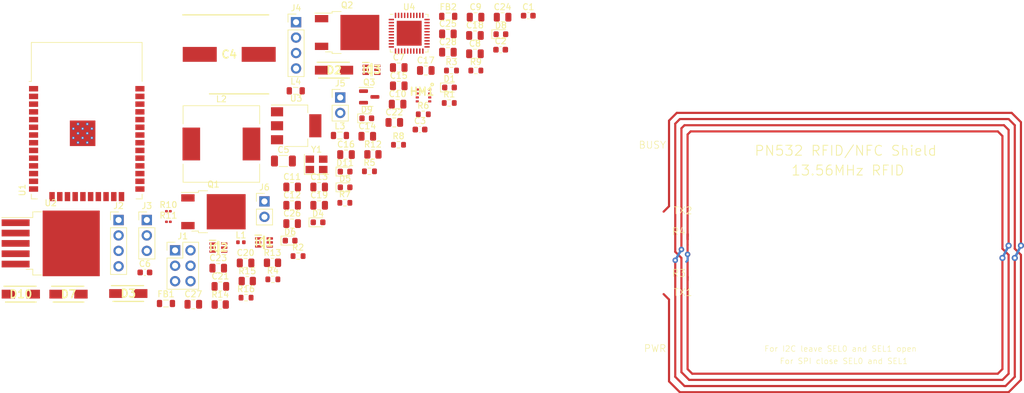
<source format=kicad_pcb>
(kicad_pcb (version 20211014) (generator pcbnew)
  (layers (0 "F.Cu" signal) (31 "B.Cu" signal) (34 "B.Paste" user) (35 "F.Paste" user) (36 "B.SilkS" user "B.Silkscreen") (37 "F.SilkS" user "F.Silkscreen") (38 "B.Mask" user) (39 "F.Mask" user) (44 "Edge.Cuts" user))
  (net 0 "")
  (net 1 "EN")
  (net 2 "GND")
  (net 3 "VDDESP")
  (net 4 "+3.3V")
  (net 5 "+12V")
  (net 6 "+5V")
  (net 7 "Net-(C11-Pad1)")
  (net 8 "Net-(C10-Pad2)")
  (net 9 "Net-(C11-Pad2)")
  (net 10 "Net-(C12-Pad1)")
  (net 11 "Net-(C17-Pad1)")
  (net 12 "Net-(C17-Pad2)")
  (net 13 "Net-(C18-Pad1)")
  (net 14 "Net-(C19-Pad2)")
  (net 15 "VCC")
  (net 16 "Net-(C21-Pad2)")
  (net 17 "Net-(C23-Pad1)")
  (net 18 "VDD")
  (net 19 "Net-(C26-Pad2)")
  (net 20 "Net-(C27-Pad1)")
  (net 21 "Net-(D1-Pad2)")
  (net 22 "CON_MOTOR")
  (net 23 "CON_SW_AUX")
  (net 24 "Net-(D4-Pad2)")
  (net 25 "Net-(D5-Pad2)")
  (net 26 "Net-(D6-Pad2)")
  (net 27 "CON_12V")
  (net 28 "Net-(D8-Pad2)")
  (net 29 "Net-(D9-Pad2)")
  (net 30 "Net-(D10-Pad1)")
  (net 31 "Net-(D11-Pad1)")
  (net 32 "Net-(D11-Pad2)")
  (net 33 "CS")
  (net 34 "MOSI")
  (net 35 "CLK")
  (net 36 "MISO")
  (net 37 "AUX_IN")
  (net 38 "WET")
  (net 39 "AUX_CTRL")
  (net 40 "MOTO_CTRL")
  (net 41 "IO25")
  (net 42 "IO4")
  (net 43 "IO16")
  (net 44 "SCL")
  (net 45 "SDA")
  (net 46 "IO0")
  (net 47 "RX")
  (net 48 "TX")
  (net 49 "CON_GND")
  (net 50 "CON_IGNITION")
  (net 51 "Net-(L3-Pad2)")
  (net 52 "Net-(L4-Pad2)")
  (net 53 "Net-(Q3-Pad1)")
  (net 54 "Net-(R4-Pad1)")
  (net 55 "Net-(R10-Pad1)")
  (net 56 "Net-(R11-Pad2)")
  (net 82 "CSR")
  (net 89 "RST")
  (footprint "Capacitor_SMD:C_0805_2012Metric" (layer "F.Cu") (at 141.99 62.06)
    (fp_text reference "C10")
    (fp_text value "100pF")
  )
  (footprint "Capacitor_SMD:C_0603_1608Metric" (layer "F.Cu") (at 100.4 89.76)
    (fp_text reference "C6")
    (fp_text value "100nF @ 50V")
  )
  (footprint "Capacitor_SMD:C_0805_2012Metric" (layer "F.Cu") (at 150.27 50.5)
    (fp_text reference "C25")
    (fp_text value "0.1uF")
  )
  (footprint "Capacitor_SMD:C_0805_2012Metric" (layer "F.Cu") (at 129.08 78.71)
    (fp_text reference "C19")
    (fp_text value "10uF")
  )
  (footprint "Package_TO_SOT_SMD:SOT-23" (layer "F.Cu") (at 137.32 60.87)
    (fp_text reference "Q3")
    (fp_text value "BSS138")
  )
  (footprint "Capacitor_SMD:C_0805_2012Metric" (layer "F.Cu") (at 142.18 56.04)
    (fp_text reference "C7")
    (fp_text value "NC")
  )
  (footprint "Inductor_SMD:L_0805_2012Metric" (layer "F.Cu") (at 150.32 47.62)
    (fp_text reference "FB2")
    (fp_text value "FerriteBead")
  )
  (footprint "Capacitor_SMD:C_0603_1608Metric" (layer "F.Cu") (at 158.95 53.1)
    (fp_text reference "C2")
    (fp_text value "100nF @ 50V")
  )
  (footprint "Resistor_SMD:R_0201_0603Metric" (layer "F.Cu") (at 104.27 81.43)
    (fp_text reference "R11")
    (fp_text value "NC")
  )
  (footprint "SamacSys_Parts:DIOM5026X262N" (layer "F.Cu") (at 87.83 93.33)
    (fp_text reference "D7")
    (fp_text value "SS54" hide)
  )
  (footprint "SamacSys_Parts:DIOM5026X262N" (layer "F.Cu") (at 131.53 56.47)
    (fp_text reference "D2")
    (fp_text value "SS54" hide)
  )
  (footprint "Resistor_SMD:R_0805_2012Metric" (layer "F.Cu") (at 112.8 95.04)
    (fp_text reference "R14")
    (fp_text value "1k69")
  )
  (footprint "Package_TO_SOT_SMD:TO-252-2" (layer "F.Cu") (at 133.68 50.27)
    (fp_text reference "Q2")
    (fp_text value "NCE6050KA")
  )
  (footprint "Capacitor_SMD:C_0805_2012Metric" (layer "F.Cu") (at 142.18 59.05)
    (fp_text reference "C15")
    (fp_text value "220pF")
  )
  (footprint "Capacitor_SMD:C_0805_2012Metric" (layer "F.Cu") (at 133.5 70.36)
    (fp_text reference "C16")
    (fp_text value "NC")
  )
  (footprint "Resistor_SMD:R_0805_2012Metric" (layer "F.Cu") (at 137.93 70.33)
    (fp_text reference "R12")
    (fp_text value "1.5")
  )
  (footprint "Capacitor_SMD:C_0805_2012Metric" (layer "F.Cu") (at 150.27 53.51)
    (fp_text reference "C28")
    (fp_text value "0.1uF")
  )
  (footprint "Resistor_SMD:R_0603_1608Metric" (layer "F.Cu") (at 137.36 73.12)
    (fp_text reference "R5")
    (fp_text value "1k2")
  )
  (footprint "LED_SMD:LED_0603_1608Metric" (layer "F.Cu") (at 158.99 50.55)
    (fp_text reference "D8")
    (fp_text value "PWR 5")
  )
  (footprint "Capacitor_SMD:C_0805_2012Metric" (layer "F.Cu") (at 154.72 50.76)
    (fp_text reference "C18")
    (fp_text value "0.1uF")
  )
  (footprint "LED_SMD:LED_0603_1608Metric" (layer "F.Cu") (at 128.9 81.51)
    (fp_text reference "D4")
    (fp_text value "PUMP")
  )
  (footprint "Capacitor_SMD:C_0805_2012Metric" (layer "F.Cu") (at 141.45 65.07)
    (fp_text reference "C22")
    (fp_text value "10uF")
  )
  (footprint "Inductor_SMD:L_0805_2012Metric" (layer "F.Cu") (at 125.23 59.87)
    (fp_text reference "L4")
    (fp_text value "560nH")
  )
  (footprint "Capacitor_SMD:C_0805_2012Metric" (layer "F.Cu") (at 154.72 53.77)
    (fp_text reference "C8")
    (fp_text value "NC")
  )
  (footprint "Connector_PinHeader_2.54mm:PinHeader_1x02_P2.54mm_Vertical" (layer "F.Cu") (at 132.55 60.97)
    (fp_text reference "J5")
    (fp_text value "PUMP")
  )
  (footprint "Connector_PinHeader_2.54mm:PinHeader_2x03_P2.54mm_Vertical" (layer "F.Cu") (at 105.37 86.12)
    (fp_text reference "J1")
    (fp_text value "Flash/Debug")
  )
  (footprint "Capacitor_SMD:C_0805_2012Metric" (layer "F.Cu") (at 154.82 47.75)
    (fp_text reference "C9")
    (fp_text value "100pF")
  )
  (footprint "LED_SMD:LED_0603_1608Metric" (layer "F.Cu") (at 124.3 84.52)
    (fp_text reference "D6")
    (fp_text value "PWR 12")
  )
  (footprint "Package_TO_SOT_SMD:TO-252-2" (layer "F.Cu") (at 111.68 79.77)
    (fp_text reference "Q1")
    (fp_text value "NCE6050KA")
  )
  (footprint "Capacitor_SMD:C_1206_3216Metric" (layer "F.Cu") (at 123.2 71.42)
    (fp_text reference "C5")
    (fp_text value "220 uF")
  )
  (footprint "Resistor_SMD:R_0603_1608Metric" (layer "F.Cu") (at 150.49 61.87)
    (fp_text reference "R1")
    (fp_text value "10k")
  )
  (footprint "Inductor_SMD:L_0805_2012Metric" (layer "F.Cu") (at 132.5 67.22)
    (fp_text reference "L3")
    (fp_text value "560nH")
  )
  (footprint "Resistor_SMD:R_0603_1608Metric" (layer "F.Cu") (at 121.46 90.9)
    (fp_text reference "R4")
    (fp_text value "150R")
  )
  (footprint "Resistor_SMD:R_0805_2012Metric" (layer "F.Cu") (at 117.25 91.18)
    (fp_text reference "R15")
    (fp_text value "1k")
  )
  (footprint "SamacSys_Parts:SOT65P210X110-6N" (layer "F.Cu") (at 137.705 56.41)
    (fp_text reference "IC3")
    (fp_text value "SMF05CT1G" hide)
  )
  (footprint "Resistor_SMD:R_0603_1608Metric" (layer "F.Cu") (at 117.05 93.91)
    (fp_text reference "R16")
    (fp_text value "150R")
  )
  (footprint "Inductor_SMD:L_0402_1005Metric" (layer "F.Cu") (at 116.2 84.79)
    (fp_text reference "L1")
    (fp_text value "5.6 nH")
  )
  (footprint "Capacitor_SMD:C_0805_2012Metric" (layer "F.Cu") (at 159.27 47.75)
    (fp_text reference "C24")
    (fp_text value "10uF")
  )
  (footprint "Inductor_SMD:L_12x12mm_H8mm" (layer "F.Cu") (at 112.99 68.62)
    (fp_text reference "L2")
    (fp_text value "33uH")
  )
  (footprint "Resistor_SMD:R_0603_1608Metric" (layer "F.Cu") (at 154.87 56.53)
    (fp_text reference "R9")
    (fp_text value "150R")
  )
  (footprint "Capacitor_SMD:C_0603_1608Metric" (layer "F.Cu") (at 145.68 66.24)
    (fp_text reference "C3")
    (fp_text value "100nF @ 50V")
  )
  (footprint "Resistor_SMD:R_0603_1608Metric" (layer "F.Cu") (at 142.14 68.75)
    (fp_text reference "R8")
    (fp_text value "330R")
  )
  (footprint "Capacitor_SMD:C_0805_2012Metric" (layer "F.Cu") (at 137 67.35)
    (fp_text reference "C14")
    (fp_text value "220pF")
  )
  (footprint "RF_Module:ESP32-WROOM-32" (layer "F.Cu") (at 90.83 67.77)
    (fp_text reference "U1")
    (fp_text value "ESP32-WROOM-32D")
  )
  (footprint "Capacitor_SMD:C_0805_2012Metric" (layer "F.Cu") (at 112.82 92.06)
    (fp_text reference "C21")
    (fp_text value "10uF")
  )
  (footprint "LED_SMD:LED_0603_1608Metric" (layer "F.Cu") (at 133.35 75.75)
    (fp_text reference "D5")
    (fp_text value "AUX")
  )
  (footprint "LED_SMD:LED_0603_1608Metric" (layer "F.Cu") (at 150.53 59.32)
    (fp_text reference "D1")
    (fp_text value "Signal")
  )
  (footprint "Connector_PinHeader_2.54mm:PinHeader_1x03_P2.54mm_Vertical" (layer "F.Cu") (at 100.72 81.13)
    (fp_text reference "J3")
    (fp_text value "PWR_IGN")
  )
  (footprint "LED_SMD:LED_0603_1608Metric" (layer "F.Cu") (at 136.92 64.39)
    (fp_text reference "D9")
    (fp_text value "PWR 3.3")
  )
  (footprint "Inductor_SMD:L_0805_2012Metric" (layer "F.Cu") (at 103.87 94.87)
    (fp_text reference "FB1")
    (fp_text value "FerriteBead")
  )
  (footprint "Capacitor_SMD:C_0805_2012Metric" (layer "F.Cu") (at 146.63 56.52)
    (fp_text reference "C17")
    (fp_text value "1000pF")
  )
  (footprint "Crystal:Crystal_SMD_3225-4Pin_3.2x2.5mm" (layer "F.Cu") (at 128.65 71.97)
    (fp_text reference "Y1")
    (fp_text value "27.12 MHz")
  )
  (footprint "Capacitor_SMD:C_0805_2012Metric" (layer "F.Cu") (at 116.97 88.2)
    (fp_text reference "C20")
    (fp_text value "0.1uF")
  )
  (footprint "Package_DFN_QFN:HVQFN-40-1EP_6x6mm_P0.5mm_EP4.1x4.1mm" (layer "F.Cu") (at 143.9 50.39)
    (fp_text reference "U4")
    (fp_text value "PN5321A3HN_C1xx")
  )
  (footprint "Resistor_SMD:R_0603_1608Metric" (layer "F.Cu") (at 150.86 56.53)
    (fp_text reference "R3")
    (fp_text value "10k")
  )
  (footprint "Package_TO_SOT_SMD:SOT-223-3_TabPin2" (layer "F.Cu") (at 125.3 65.62)
    (fp_text reference "U3")
    (fp_text value "AMS1117-3.3")
  )
  (footprint "SamacSys_Parts:SOT65P210X110-6N" (layer "F.Cu") (at 112.495 85.67)
    (fp_text reference "IC2")
    (fp_text value "SMF05CT1G" hide)
  )
  (footprint "Capacitor_SMD:C_0603_1608Metric" (layer "F.Cu") (at 163.5 47.5)
    (fp_text reference "C1")
    (fp_text value "100nF @ 50V")
  )
  (footprint "Resistor_SMD:R_0603_1608Metric" (layer "F.Cu") (at 133.31 78.3)
    (fp_text reference "R7")
    (fp_text value "1k2")
  )
  (footprint "Resistor_SMD:R_0603_1608Metric" (layer "F.Cu") (at 146.22 63.73)
    (fp_text reference "R6")
    (fp_text value "1k2")
  )
  (footprint "LED_SMD:LED_0603_1608Metric" (layer "F.Cu") (at 133.35 73.16)
    (fp_text reference "D11")
    (fp_text value "Busy")
  )
  (footprint "Connector_PinHeader_2.54mm:PinHeader_1x02_P2.54mm_Vertical" (layer "F.Cu") (at 120.08 78.07)
    (fp_text reference "J6")
    (fp_text value "AUX")
  )
  (footprint "Capacitor_SMD:C_0805_2012Metric" (layer "F.Cu") (at 112.47 89.05)
    (fp_text reference "C23")
    (fp_text value "0.1uF")
  )
  (footprint "Capacitor_SMD:C_0805_2012Metric" (layer "F.Cu") (at 124.63 78.71)
    (fp_text reference "C12")
    (fp_text value "22pF")
  )
  (footprint "SamacSys_Parts:DIOM5026X262N" (layer "F.Cu") (at 79.98 93.33)
    (fp_text reference "D10")
    (fp_text value "SS54" hide)
  )
  (footprint "Connector_PinHeader_2.54mm:PinHeader_1x04_P2.54mm_Vertical" (layer "F.Cu") (at 96.07 81.13)
    (fp_text reference "J2")
    (fp_text value "DIO")
  )
  (footprint "Resistor_SMD:R_0603_1608Metric" (layer "F.Cu") (at 125.61 87.07)
    (fp_text reference "R2")
    (fp_text value "10k")
  )
  (footprint "Capacitor_SMD:C_0805_2012Metric" (layer "F.Cu") (at 108.37 95)
    (fp_text reference "C27")
    (fp_text value "20pF")
  )
  (footprint "Capacitor_SMD:C_0805_2012Metric" (layer "F.Cu") (at 124.63 81.72)
    (fp_text reference "C26")
    (fp_text value "20pF")
  )
  (footprint "SamacSys_Parts:BME280" (layer "F.Cu") (at 145.23 59.65589)
    (fp_text reference "HM1")
    (fp_text value "BME280" hide)
  )
  (footprint "Capacitor_SMD:C_0805_2012Metric" (layer "F.Cu") (at 124.63 75.7)
    (fp_text reference "C11")
    (fp_text value "22pF")
  )
  (footprint "SamacSys_Parts:CAPAE1300X1400N" (layer "F.Cu") (at 114.28 53.87)
    (fp_text reference "C4")
    (fp_text value "680uF" hide)
  )
  (footprint "SamacSys_Parts:DIOM5026X262N" (layer "F.Cu") (at 97.67 93.23)
    (fp_text reference "D3")
    (fp_text value "SS54" hide)
  )
  (footprint "Capacitor_SMD:C_0805_2012Metric" (layer "F.Cu") (at 129.08 75.7)
    (fp_text reference "C13")
    (fp_text value "NC")
  )
  (footprint "Connector_PinHeader_2.54mm:PinHeader_1x04_P2.54mm_Vertical" (layer "F.Cu") (at 125.28 48.57)
    (fp_text reference "J4")
    (fp_text value "I2C")
  )
  (footprint "Resistor_SMD:R_0805_2012Metric" (layer "F.Cu") (at 121.4 88.17)
    (fp_text reference "R13")
    (fp_text value "1.5")
  )
  (footprint "Resistor_SMD:R_0201_0603Metric" (layer "F.Cu") (at 104.27 79.68)
    (fp_text reference "R10")
    (fp_text value "NC")
  )
  (footprint "SamacSys_Parts:SOT65P210X110-6N" (layer "F.Cu") (at 120.005 84.82)
    (fp_text reference "IC1")
    (fp_text value "SMF05CT1G" hide)
  )
  (footprint "Package_TO_SOT_SMD:TO-263-5_TabPin3" (layer "F.Cu") (at 84.9 84.98)
    (fp_text reference "U2")
    (fp_text value "LM2596S-5")
  )
  (gr_text "For SPI close SEL0 and SEL1" (at 204.847 104.902) (layer "F.SilkS") (effects (font (size 0.93472 0.93472) (thickness 0.08128)) (justify left bottom)))
  (gr_text "R3" (at 187.071 90.574) (layer "F.SilkS") (effects (font (size 1.1684 1.1684) (thickness 0.1016)) (justify left bottom)))
  (gr_text "PWR" (at 182.467 102.955) (layer "F.SilkS") (effects (font (size 1.1684 1.1684) (thickness 0.1016)) (justify left bottom)))
  (gr_text "TX1" (at 187.321 93.726) (layer "F.SilkS") (effects (font (size 1.1684 1.1684) (thickness 0.1016)) (justify left bottom)))
  (gr_text "" (at 208.149 104.394) (layer "F.SilkS") (effects (font (size 0.93472 0.93472) (thickness 0.08128)) (justify left bottom)))
  (gr_text "PN532 RFID/NFC Shield" (at 200.647 70.68) (layer "F.SilkS") (effects (font (size 1.63576 1.63576) (thickness 0.14224)) (justify left bottom)))
  (gr_text "For I2C leave SEL0 and SEL1 open" (at 202.307 102.87) (layer "F.SilkS") (effects (font (size 0.93472 0.93472) (thickness 0.08128)) (justify left bottom)))
  (gr_text "BUSY" (at 181.606 69.469) (layer "F.SilkS") (effects (font (size 1.1684 1.1684) (thickness 0.1016)) (justify left bottom)))
  (gr_text "13.56MHz RFID" (at 206.695 73.934) (layer "F.SilkS") (effects (font (size 1.63576 1.63576) (thickness 0.14224)) (justify left bottom)))
  (gr_text "R4" (at 187.063 83.72) (layer "F.SilkS") (effects (font (size 1.1684 1.1684) (thickness 0.1016)) (justify left bottom)))
  (gr_text "TX2" (at 187.321 80.264) (layer "F.SilkS") (effects (font (size 1.1684 1.1684) (thickness 0.1016)) (justify left bottom)))
  (segment (start 189.719 90.55) (end 189.719 90.424) (width 0.3556) (layer "F.Cu") (net 0))
  (segment (start 243.059 63.5) (end 187.941 63.5) (width 0.3556) (layer "F.Cu") (net 0))
  (segment (start 241.535 105.664) (end 240.773 106.426) (width 0.3556) (layer "F.Cu") (net 0))
  (segment (start 243.567 106.934) (end 243.567 87.376) (width 0.3556) (layer "F.Cu") (net 0))
  (segment (start 189.719 85.217) (end 189.719 84.329) (width 0.3556) (layer "F.Cu") (net 0))
  (segment (start 190.481 106.426) (end 189.719 105.664) (width 0.3556) (layer "F.Cu") (net 0))
  (segment (start 241.535 67.31) (end 240.773 66.548) (width 0.3556) (layer "F.Cu") (net 0))
  (segment (start 189.719 67.056) (end 189.719 83.819) (width 0.3556) (layer "F.Cu") (net 0))
  (segment (start 242.551 64.516) (end 188.449 64.516) (width 0.3556) (layer "F.Cu") (net 0))
  (segment (start 244.583 107.442) (end 244.583 86.868) (width 0.3556) (layer "F.Cu") (net 0))
  (segment (start 243.567 85.852) (end 243.567 65.532) (width 0.3556) (layer "F.Cu") (net 0))
  (segment (start 187.687 106.934) (end 187.687 87.757) (width 0.3556) (layer "F.Cu") (net 0))
  (segment (start 187.941 63.5) (end 186.663 64.778) (width 0.3556) (layer "F.Cu") (net 0))
  (segment (start 188.449 109.474) (end 242.551 109.474) (width 0.3556) (layer "F.Cu") (net 0))
  (segment (start 242.551 109.474) (end 244.583 107.442) (width 0.3556) (layer "F.Cu") (net 0))
  (segment (start 241.535 87.376) (end 241.535 105.664) (width 0.3556) (layer "F.Cu") (net 0))
  (segment (start 244.583 85.344) (end 244.583 65.024) (width 0.3556) (layer "F.Cu") (net 0))
  (segment (start 187.687 86.36) (end 188.703 87.376) (width 0.3556) (layer "F.Cu") (net 0))
  (segment (start 186.663 78.866) (end 185.774 79.755) (width 0.3556) (layer "F.Cu") (net 0))
  (segment (start 187.687 106.934) (end 189.211 108.458) (width 0.3556) (layer "F.Cu") (net 0))
  (segment (start 244.583 86.868) (end 243.567 85.852) (width 0.3556) (layer "F.Cu") (net 0))
  (segment (start 186.663 94.216) (end 185.774 93.327) (width 0.3556) (layer "F.Cu") (net 0))
  (segment (start 241.789 65.532) (end 242.551 66.294) (width 0.3556) (layer "F.Cu") (net 0))
  (segment (start 188.703 85.979) (end 188.703 66.04) (width 0.3556) (layer "F.Cu") (net 0))
  (segment (start 188.703 106.172) (end 189.973 107.442) (width 0.3556) (layer "F.Cu") (net 0))
  (segment (start 240.773 106.426) (end 190.481 106.426) (width 0.3556) (layer "F.Cu") (net 0))
  (segment (start 186.663 107.688) (end 186.663 94.216) (width 0.3556) (layer "F.Cu") (net 0))
  (segment (start 242.043 108.458) (end 243.567 106.934) (width 0.3556) (layer "F.Cu") (net 0))
  (segment (start 186.663 107.688) (end 188.449 109.474) (width 0.3556) (layer "F.Cu") (net 0))
  (segment (start 188.703 87.376) (end 188.703 106.172) (width 0.3556) (layer "F.Cu") (net 0))
  (segment (start 243.567 65.532) (end 242.551 64.516) (width 0.3556) (layer "F.Cu") (net 0))
  (segment (start 244.583 65.024) (end 243.059 63.5) (width 0.3556) (layer "F.Cu") (net 0))
  (segment (start 189.719 105.664) (end 189.719 90.55) (width 0.3556) (layer "F.Cu") (net 0))
  (segment (start 186.663 64.778) (end 186.663 78.866) (width 0.3556) (layer "F.Cu") (net 0))
  (segment (start 189.719 91.06) (end 189.719 86.781) (width 0.3556) (layer "F.Cu") (net 0))
  (segment (start 189.719 84.329) (end 189.719 83.439) (width 0.4064) (layer "F.Cu") (net 0))
  (segment (start 188.449 64.516) (end 187.687 65.278) (width 0.3556) (layer "F.Cu") (net 0))
  (segment (start 189.719 86.781) (end 189.719 85.217) (width 0.3556) (layer "F.Cu") (net 0))
  (segment (start 189.211 108.458) (end 242.043 108.458) (width 0.3556) (layer "F.Cu") (net 0))
  (segment (start 241.535 107.442) (end 242.551 106.426) (width 0.3556) (layer "F.Cu") (net 0))
  (segment (start 187.687 65.278) (end 187.687 86.36) (width 0.3556) (layer "F.Cu") (net 0))
  (segment (start 190.227 66.548) (end 189.719 67.056) (width 0.3556) (layer "F.Cu") (net 0))
  (segment (start 241.535 85.852) (end 241.535 67.31) (width 0.3556) (layer "F.Cu") (net 0))
  (segment (start 240.773 66.548) (end 190.227 66.548) (width 0.3556) (layer "F.Cu") (net 0))
  (segment (start 188.703 66.04) (end 189.211 65.532) (width 0.3556) (layer "F.Cu") (net 0))
  (segment (start 189.973 107.442) (end 241.535 107.442) (width 0.3556) (layer "F.Cu") (net 0))
  (segment (start 242.551 106.426) (end 242.551 86.868) (width 0.3556) (layer "F.Cu") (net 0))
  (segment (start 242.551 86.868) (end 241.535 85.852) (width 0.3556) (layer "F.Cu") (net 0))
  (segment (start 189.211 65.532) (end 241.789 65.532) (width 0.3556) (layer "F.Cu") (net 0))
  (segment (start 242.551 66.294) (end 242.551 85.344) (width 0.3556) (layer "F.Cu") (net 0))
  (via (at 188.703 85.979) (size 0.908) (drill 0.4) (layers "F.Cu" "B.Cu") (net 0))
  (via (at 189.719 86.781) (size 0.908) (drill 0.4) (layers "F.Cu" "B.Cu") (net 0))
  (via (at 187.687 87.757) (size 0.908) (drill 0.4) (layers "F.Cu" "B.Cu") (net 0))
  (via (at 243.567 87.376) (size 1.008) (drill 0.5) (layers "F.Cu" "B.Cu") (net 0))
  (via (at 241.535 87.376) (size 1.008) (drill 0.5) (layers "F.Cu" "B.Cu") (net 0))
  (via (at 244.583 85.344) (size 1.008) (drill 0.5) (layers "F.Cu" "B.Cu") (net 0))
  (via (at 242.551 85.344) (size 1.008) (drill 0.5) (layers "F.Cu" "B.Cu") (net 0))
  (segment (start 243.567 87.376) (end 244.583 85.344) (width 0.4064) (layer "B.Cu") (net 0))
  (segment (start 242.551 85.344) (end 241.535 87.376) (width 0.4064) (layer "B.Cu") (net 0))
  (segment (start 189.719 87.781) (end 189.5 88) (width 0.3556) (layer "B.Cu") (net 0))
  (segment (start 187.687 87.757) (end 188.703 85.979) (width 0.4064) (layer "B.Cu") (net 0))
  (segment (start 189.719 86.781) (end 189.719 87.781) (width 0.3556) (layer "B.Cu") (net 2))
)
</source>
